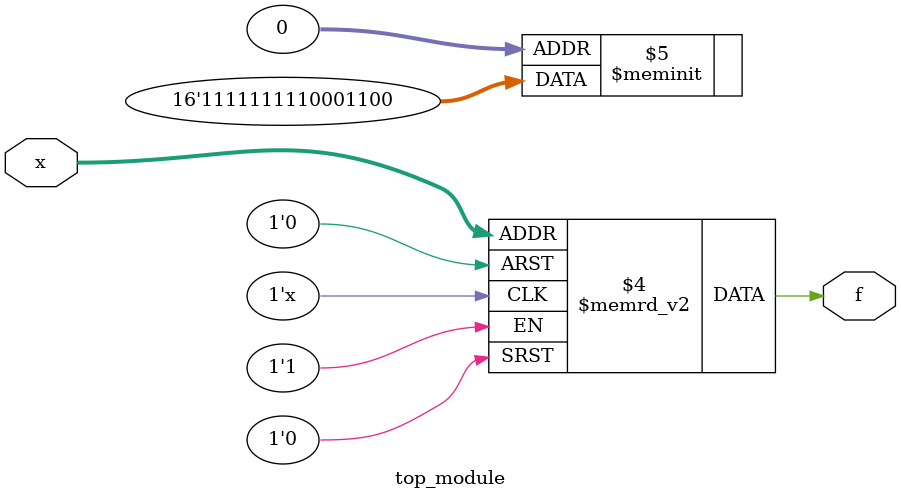
<source format=sv>
module top_module (
    input [4:1] x,
    output logic f
);

    always_comb begin
        casez (x)
            4'b0000: f = 1'b0;
            4'b0001: f = 1'b0;
            4'b0100: f = 1'b0;
            4'b0110: f = 1'b0;
            4'b1000: f = 1'b1;
            4'b1001: f = 1'b1;
            4'b1010: f = 1'b1;
            4'b1011: f = 1'b1;
            4'b1100: f = 1'b1;
            4'b1110: f = 1'b1;
            4'b0101: f = 1'b0;
            4'b0111: f = 1'b1;
            default: f = 1'b1;  // handling don't-care conditions
        endcase
    end

endmodule

</source>
